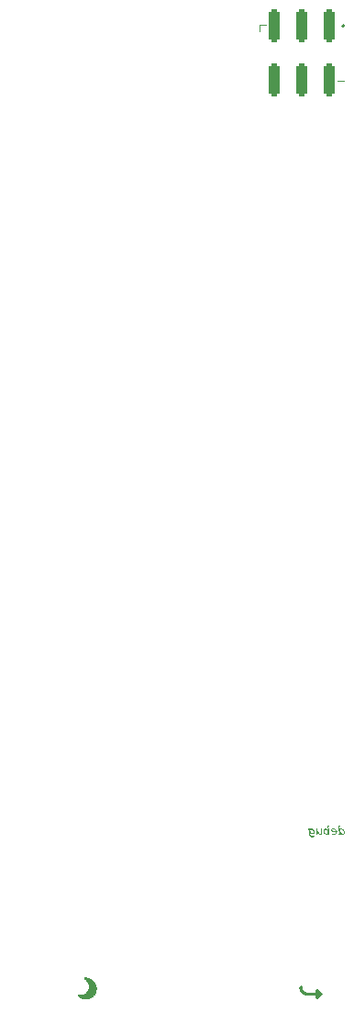
<source format=gbo>
%TF.GenerationSoftware,KiCad,Pcbnew,9.0.1*%
%TF.CreationDate,2025-04-05T00:33:59+01:00*%
%TF.ProjectId,mariposa,6d617269-706f-4736-912e-6b696361645f,2.0*%
%TF.SameCoordinates,Original*%
%TF.FileFunction,Legend,Bot*%
%TF.FilePolarity,Positive*%
%FSLAX46Y46*%
G04 Gerber Fmt 4.6, Leading zero omitted, Abs format (unit mm)*
G04 Created by KiCad (PCBNEW 9.0.1) date 2025-04-05 00:33:59*
%MOMM*%
%LPD*%
G01*
G04 APERTURE LIST*
G04 Aperture macros list*
%AMRoundRect*
0 Rectangle with rounded corners*
0 $1 Rounding radius*
0 $2 $3 $4 $5 $6 $7 $8 $9 X,Y pos of 4 corners*
0 Add a 4 corners polygon primitive as box body*
4,1,4,$2,$3,$4,$5,$6,$7,$8,$9,$2,$3,0*
0 Add four circle primitives for the rounded corners*
1,1,$1+$1,$2,$3*
1,1,$1+$1,$4,$5*
1,1,$1+$1,$6,$7*
1,1,$1+$1,$8,$9*
0 Add four rect primitives between the rounded corners*
20,1,$1+$1,$2,$3,$4,$5,0*
20,1,$1+$1,$4,$5,$6,$7,0*
20,1,$1+$1,$6,$7,$8,$9,0*
20,1,$1+$1,$8,$9,$2,$3,0*%
G04 Aperture macros list end*
%ADD10C,0.000000*%
%ADD11C,0.100000*%
%ADD12C,0.120000*%
%ADD13C,0.191421*%
%ADD14C,0.670000*%
%ADD15O,1.020000X2.120000*%
%ADD16O,1.020000X1.820000*%
%ADD17C,5.600000*%
%ADD18RoundRect,0.250000X0.250000X-1.250000X0.250000X1.250000X-0.250000X1.250000X-0.250000X-1.250000X0*%
%ADD19C,0.990600*%
%ADD20C,0.787400*%
G04 APERTURE END LIST*
D10*
G36*
X157031163Y-138548410D02*
G01*
X157038912Y-138548997D01*
X157046548Y-138549964D01*
X157054059Y-138551303D01*
X157061439Y-138553002D01*
X157068676Y-138555051D01*
X157075761Y-138557445D01*
X157082684Y-138560170D01*
X157089437Y-138563217D01*
X157096008Y-138566580D01*
X157102390Y-138570245D01*
X157108574Y-138574205D01*
X157114548Y-138578451D01*
X157120302Y-138582971D01*
X157125829Y-138587757D01*
X157131120Y-138592801D01*
X157136162Y-138598091D01*
X157140949Y-138603618D01*
X157145469Y-138609373D01*
X157149715Y-138615346D01*
X157153675Y-138621530D01*
X157157340Y-138627912D01*
X157160702Y-138634484D01*
X157163750Y-138641237D01*
X157166475Y-138648160D01*
X157168868Y-138655244D01*
X157170918Y-138662482D01*
X157172618Y-138669861D01*
X157173955Y-138677372D01*
X157174924Y-138685009D01*
X157175511Y-138692758D01*
X157175709Y-138700611D01*
X157176304Y-138724131D01*
X157178070Y-138747343D01*
X157180979Y-138770218D01*
X157185002Y-138792727D01*
X157190108Y-138814842D01*
X157196272Y-138836535D01*
X157203461Y-138857776D01*
X157211650Y-138878536D01*
X157220810Y-138898787D01*
X157230908Y-138918500D01*
X157241921Y-138937646D01*
X157253816Y-138956196D01*
X157266566Y-138974121D01*
X157280140Y-138991395D01*
X157294514Y-139007986D01*
X157309654Y-139023866D01*
X157325534Y-139039007D01*
X157342126Y-139053380D01*
X157359399Y-139066954D01*
X157377325Y-139079705D01*
X157395875Y-139091600D01*
X157415020Y-139102611D01*
X157434734Y-139112710D01*
X157454984Y-139121870D01*
X157475745Y-139130059D01*
X157496986Y-139137248D01*
X157518677Y-139143412D01*
X157540794Y-139148519D01*
X157563302Y-139152541D01*
X157586178Y-139155450D01*
X157609390Y-139157216D01*
X157632908Y-139157811D01*
X158394909Y-139157812D01*
X158394909Y-139005411D01*
X158395340Y-138993966D01*
X158396617Y-138982692D01*
X158398713Y-138971629D01*
X158401606Y-138960815D01*
X158405269Y-138950288D01*
X158409677Y-138940088D01*
X158414803Y-138930252D01*
X158420627Y-138920817D01*
X158427119Y-138911825D01*
X158434255Y-138903310D01*
X158442011Y-138895315D01*
X158450362Y-138887875D01*
X158459282Y-138881029D01*
X158468746Y-138874815D01*
X158478729Y-138869273D01*
X158489207Y-138864442D01*
X158500010Y-138860409D01*
X158510960Y-138857238D01*
X158522012Y-138854918D01*
X158533126Y-138853436D01*
X158544255Y-138852783D01*
X158555358Y-138852947D01*
X158566391Y-138853920D01*
X158577312Y-138855691D01*
X158588076Y-138858248D01*
X158598642Y-138861580D01*
X158608964Y-138865680D01*
X158619000Y-138870535D01*
X158628705Y-138876136D01*
X158638040Y-138882471D01*
X158646959Y-138889530D01*
X158655417Y-138897303D01*
X158960218Y-139202103D01*
X158965623Y-139207790D01*
X158970682Y-139213682D01*
X158975391Y-139219764D01*
X158979752Y-139226023D01*
X158983762Y-139232445D01*
X158987425Y-139239017D01*
X158990738Y-139245724D01*
X158993704Y-139252556D01*
X158996320Y-139259495D01*
X158998587Y-139266529D01*
X159000506Y-139273645D01*
X159002076Y-139280829D01*
X159003296Y-139288068D01*
X159004169Y-139295347D01*
X159004692Y-139302652D01*
X159004866Y-139309972D01*
X159004692Y-139317294D01*
X159004169Y-139324599D01*
X159003297Y-139331879D01*
X159002076Y-139339118D01*
X159000506Y-139346302D01*
X158998588Y-139353418D01*
X158996320Y-139360452D01*
X158993703Y-139367391D01*
X158990738Y-139374222D01*
X158987425Y-139380930D01*
X158983763Y-139387500D01*
X158979752Y-139393923D01*
X158975390Y-139400182D01*
X158970682Y-139406265D01*
X158965624Y-139412156D01*
X158960218Y-139417844D01*
X158655417Y-139722644D01*
X158646959Y-139730494D01*
X158638039Y-139737612D01*
X158628706Y-139743987D01*
X158618999Y-139749612D01*
X158608963Y-139754476D01*
X158598642Y-139758575D01*
X158588077Y-139761897D01*
X158577312Y-139764434D01*
X158566391Y-139766180D01*
X158555359Y-139767125D01*
X158544255Y-139767259D01*
X158533125Y-139766578D01*
X158522013Y-139765069D01*
X158510960Y-139762727D01*
X158500010Y-139759542D01*
X158489206Y-139755504D01*
X158483908Y-139753181D01*
X158478730Y-139750678D01*
X158473675Y-139748000D01*
X158468746Y-139745150D01*
X158463948Y-139742135D01*
X158459281Y-139738958D01*
X158454752Y-139735625D01*
X158450362Y-139732139D01*
X158446113Y-139728505D01*
X158442012Y-139724727D01*
X158438058Y-139720811D01*
X158434256Y-139716761D01*
X158430607Y-139712581D01*
X158427119Y-139708275D01*
X158423791Y-139703850D01*
X158420627Y-139699307D01*
X158417629Y-139694654D01*
X158414803Y-139689893D01*
X158412151Y-139685029D01*
X158409677Y-139680068D01*
X158407380Y-139675012D01*
X158405268Y-139669869D01*
X158403343Y-139664641D01*
X158401606Y-139659332D01*
X158400062Y-139653949D01*
X158398713Y-139648494D01*
X158397564Y-139642974D01*
X158396617Y-139637392D01*
X158395874Y-139631752D01*
X158395340Y-139626059D01*
X158395017Y-139620319D01*
X158394909Y-139614534D01*
X158394909Y-139462135D01*
X157632909Y-139462135D01*
X157593682Y-139461144D01*
X157554972Y-139458203D01*
X157516826Y-139453358D01*
X157479292Y-139446661D01*
X157442419Y-139438156D01*
X157406252Y-139427890D01*
X157370842Y-139415916D01*
X157336235Y-139402277D01*
X157302478Y-139387021D01*
X157269622Y-139370199D01*
X157237712Y-139351855D01*
X157206795Y-139332040D01*
X157176921Y-139310801D01*
X157148138Y-139288184D01*
X157120492Y-139264239D01*
X157094032Y-139239011D01*
X157068805Y-139212552D01*
X157044860Y-139184906D01*
X157022242Y-139156122D01*
X157001003Y-139126248D01*
X156981188Y-139095332D01*
X156962845Y-139063422D01*
X156946023Y-139030564D01*
X156930768Y-138996809D01*
X156917129Y-138962202D01*
X156905153Y-138926792D01*
X156894889Y-138890626D01*
X156886384Y-138853752D01*
X156879684Y-138816217D01*
X156874841Y-138778071D01*
X156871899Y-138739362D01*
X156870915Y-138700372D01*
X156871106Y-138692758D01*
X156871695Y-138685009D01*
X156872662Y-138677373D01*
X156873999Y-138669861D01*
X156875699Y-138662481D01*
X156877749Y-138655244D01*
X156880142Y-138648160D01*
X156882867Y-138641236D01*
X156885916Y-138634484D01*
X156889277Y-138627911D01*
X156892942Y-138621529D01*
X156896902Y-138615347D01*
X156901147Y-138609372D01*
X156905669Y-138603618D01*
X156910454Y-138598090D01*
X156915497Y-138592801D01*
X156920788Y-138587758D01*
X156926315Y-138582971D01*
X156932070Y-138578450D01*
X156938044Y-138574205D01*
X156944227Y-138570245D01*
X156950608Y-138566580D01*
X156957181Y-138563218D01*
X156963934Y-138560170D01*
X156970858Y-138557445D01*
X156977941Y-138555051D01*
X156985178Y-138553002D01*
X156992557Y-138551303D01*
X157000071Y-138549965D01*
X157007706Y-138548997D01*
X157015454Y-138548410D01*
X157023309Y-138548212D01*
X157031163Y-138548410D01*
G37*
G36*
X130015606Y-92136081D02*
G01*
X130015599Y-92136321D01*
X130015599Y-92135844D01*
X130015606Y-92136081D01*
G37*
G36*
X137215543Y-137791041D02*
G01*
X137267114Y-137794970D01*
X137317934Y-137801443D01*
X137367935Y-137810390D01*
X137417056Y-137821752D01*
X137465233Y-137835464D01*
X137512401Y-137851461D01*
X137558501Y-137869679D01*
X137603463Y-137890054D01*
X137647229Y-137912522D01*
X137689731Y-137937021D01*
X137730910Y-137963484D01*
X137770698Y-137991848D01*
X137809034Y-138022047D01*
X137845855Y-138054021D01*
X137881093Y-138087705D01*
X137914691Y-138123032D01*
X137946580Y-138159939D01*
X137976701Y-138198364D01*
X138004986Y-138238242D01*
X138031373Y-138279509D01*
X138055800Y-138322100D01*
X138078202Y-138365951D01*
X138098515Y-138411000D01*
X138116678Y-138457180D01*
X138132624Y-138504430D01*
X138146291Y-138552683D01*
X138157617Y-138601878D01*
X138166536Y-138651948D01*
X138172985Y-138702830D01*
X138176901Y-138754461D01*
X138178221Y-138806776D01*
X138176901Y-138859090D01*
X138172985Y-138910720D01*
X138166536Y-138961604D01*
X138157617Y-139011673D01*
X138146292Y-139060867D01*
X138132624Y-139109121D01*
X138116677Y-139156370D01*
X138098515Y-139202549D01*
X138078202Y-139247598D01*
X138055801Y-139291451D01*
X138031374Y-139334042D01*
X138004985Y-139375308D01*
X137976700Y-139415185D01*
X137946580Y-139453612D01*
X137914691Y-139490520D01*
X137881094Y-139525846D01*
X137845854Y-139559529D01*
X137809034Y-139591504D01*
X137770697Y-139621703D01*
X137730910Y-139650067D01*
X137689733Y-139676530D01*
X137647229Y-139701027D01*
X137603464Y-139723496D01*
X137558501Y-139743872D01*
X137512402Y-139762090D01*
X137465233Y-139778086D01*
X137417056Y-139791798D01*
X137367935Y-139803161D01*
X137317934Y-139812109D01*
X137267114Y-139818579D01*
X137215542Y-139822509D01*
X137163279Y-139823833D01*
X137111999Y-139822560D01*
X137061387Y-139818778D01*
X137011501Y-139812550D01*
X136962403Y-139803933D01*
X136914151Y-139792986D01*
X136866804Y-139779771D01*
X136820424Y-139764347D01*
X136775069Y-139746773D01*
X136730799Y-139727110D01*
X136687675Y-139705417D01*
X136645755Y-139681754D01*
X136605099Y-139656178D01*
X136565768Y-139628753D01*
X136527819Y-139599536D01*
X136491314Y-139568588D01*
X136456313Y-139535967D01*
X136453890Y-139533495D01*
X136451582Y-139530943D01*
X136449391Y-139528315D01*
X136447317Y-139525616D01*
X136445360Y-139522849D01*
X136443524Y-139520018D01*
X136440206Y-139514180D01*
X136437373Y-139508134D01*
X136435029Y-139501913D01*
X136433183Y-139495547D01*
X136431839Y-139489069D01*
X136431003Y-139482511D01*
X136430681Y-139475904D01*
X136430881Y-139469279D01*
X136431178Y-139465970D01*
X136431607Y-139462670D01*
X136432170Y-139459379D01*
X136432867Y-139456106D01*
X136433699Y-139452852D01*
X136434665Y-139449622D01*
X136435770Y-139446418D01*
X136437011Y-139443247D01*
X136438391Y-139440109D01*
X136439908Y-139437013D01*
X136441553Y-139433979D01*
X136443308Y-139431032D01*
X136445172Y-139428172D01*
X136447138Y-139425400D01*
X136449205Y-139422720D01*
X136451370Y-139420134D01*
X136453627Y-139417645D01*
X136455974Y-139415250D01*
X136458407Y-139412956D01*
X136460922Y-139410763D01*
X136463516Y-139408675D01*
X136466186Y-139406690D01*
X136468927Y-139404811D01*
X136471737Y-139403042D01*
X136474610Y-139401384D01*
X136477545Y-139399838D01*
X136480537Y-139398409D01*
X136483584Y-139397094D01*
X136486679Y-139395899D01*
X136489823Y-139394824D01*
X136493009Y-139393871D01*
X136496235Y-139393044D01*
X136499495Y-139392343D01*
X136502789Y-139391770D01*
X136506110Y-139391327D01*
X136509458Y-139391015D01*
X136512826Y-139390839D01*
X136516213Y-139390797D01*
X136519614Y-139390894D01*
X136523026Y-139391132D01*
X136526444Y-139391511D01*
X136529867Y-139392033D01*
X136546014Y-139394661D01*
X136562303Y-139396979D01*
X136578729Y-139398973D01*
X136595284Y-139400632D01*
X136611965Y-139401946D01*
X136628763Y-139402898D01*
X136645673Y-139403479D01*
X136662688Y-139403676D01*
X136702480Y-139402666D01*
X136741750Y-139399673D01*
X136780451Y-139394742D01*
X136818536Y-139387922D01*
X136855954Y-139379265D01*
X136892658Y-139368815D01*
X136928597Y-139356624D01*
X136963726Y-139342738D01*
X136997992Y-139327209D01*
X137031348Y-139310083D01*
X137063745Y-139291409D01*
X137095136Y-139271238D01*
X137125470Y-139249614D01*
X137154700Y-139226590D01*
X137182774Y-139202213D01*
X137209647Y-139176530D01*
X137235270Y-139149594D01*
X137259592Y-139121448D01*
X137282566Y-139092146D01*
X137304143Y-139061732D01*
X137324272Y-139030258D01*
X137342908Y-138997771D01*
X137360000Y-138964321D01*
X137375500Y-138929955D01*
X137389359Y-138894724D01*
X137401528Y-138858672D01*
X137411959Y-138821853D01*
X137420602Y-138784312D01*
X137427410Y-138746101D01*
X137432332Y-138707264D01*
X137435322Y-138667854D01*
X137436329Y-138627917D01*
X137434489Y-138573999D01*
X137429049Y-138521071D01*
X137420130Y-138469252D01*
X137407853Y-138418664D01*
X137392341Y-138369429D01*
X137373710Y-138321666D01*
X137352085Y-138275496D01*
X137327585Y-138231043D01*
X137300333Y-138188423D01*
X137270448Y-138147760D01*
X137238051Y-138109175D01*
X137203264Y-138072789D01*
X137166208Y-138038721D01*
X137127002Y-138007093D01*
X137085769Y-137978027D01*
X137042628Y-137951643D01*
X137039650Y-137949852D01*
X137036765Y-137947957D01*
X137033976Y-137945961D01*
X137031285Y-137943867D01*
X137028693Y-137941678D01*
X137026202Y-137939399D01*
X137023814Y-137937034D01*
X137021529Y-137934584D01*
X137019349Y-137932056D01*
X137017277Y-137929450D01*
X137015313Y-137926772D01*
X137013459Y-137924025D01*
X137011717Y-137921213D01*
X137010087Y-137918339D01*
X137008573Y-137915405D01*
X137007174Y-137912417D01*
X137005895Y-137909379D01*
X137004734Y-137906292D01*
X137003695Y-137903162D01*
X137002776Y-137899991D01*
X137001984Y-137896785D01*
X137001316Y-137893543D01*
X137000775Y-137890273D01*
X137000362Y-137886976D01*
X137000080Y-137883658D01*
X136999930Y-137880319D01*
X136999913Y-137876967D01*
X137000031Y-137873601D01*
X137000286Y-137870228D01*
X137000678Y-137866851D01*
X137001210Y-137863473D01*
X137001883Y-137860096D01*
X137002694Y-137856749D01*
X137003633Y-137853458D01*
X137004702Y-137850225D01*
X137005895Y-137847053D01*
X137007208Y-137843945D01*
X137008640Y-137840902D01*
X137010188Y-137837929D01*
X137011847Y-137835028D01*
X137013614Y-137832199D01*
X137015490Y-137829449D01*
X137017469Y-137826780D01*
X137019548Y-137824192D01*
X137021723Y-137821690D01*
X137023994Y-137819274D01*
X137026356Y-137816950D01*
X137028805Y-137814720D01*
X137031340Y-137812586D01*
X137033957Y-137810550D01*
X137036654Y-137808617D01*
X137039426Y-137806786D01*
X137042272Y-137805064D01*
X137045190Y-137803452D01*
X137048172Y-137801951D01*
X137051220Y-137800565D01*
X137054330Y-137799298D01*
X137057496Y-137798150D01*
X137060719Y-137797126D01*
X137063993Y-137796228D01*
X137067318Y-137795459D01*
X137070687Y-137794821D01*
X137074101Y-137794318D01*
X137077554Y-137793951D01*
X137088271Y-137793031D01*
X137098993Y-137792255D01*
X137109729Y-137791615D01*
X137120483Y-137791106D01*
X137131262Y-137790720D01*
X137142071Y-137790453D01*
X137163808Y-137790246D01*
X137163279Y-137789717D01*
X137215543Y-137791041D01*
G37*
D11*
G36*
X160557276Y-123763275D02*
G01*
X160572270Y-123767962D01*
X160584803Y-123775207D01*
X160595483Y-123785204D01*
X160603601Y-123797261D01*
X160609430Y-123811803D01*
X160613244Y-123840602D01*
X160611669Y-123861606D01*
X160606895Y-123880454D01*
X160599936Y-123894937D01*
X160590360Y-123906979D01*
X160580174Y-123914999D01*
X160596978Y-124096325D01*
X160626347Y-124073054D01*
X160669780Y-124054256D01*
X160724445Y-124043928D01*
X160745380Y-124043080D01*
X160799571Y-124049170D01*
X160853918Y-124067649D01*
X160906824Y-124098738D01*
X160956005Y-124142145D01*
X160978398Y-124168190D01*
X160998771Y-124196709D01*
X161016888Y-124227501D01*
X161032551Y-124260417D01*
X161045367Y-124294747D01*
X161055380Y-124330805D01*
X161062248Y-124367484D01*
X161066058Y-124405498D01*
X161066803Y-124431572D01*
X161065284Y-124464695D01*
X161060904Y-124494422D01*
X161054021Y-124520585D01*
X161044856Y-124543657D01*
X161033627Y-124563808D01*
X161020618Y-124581074D01*
X160989430Y-124607957D01*
X160952102Y-124624723D01*
X160909872Y-124630819D01*
X160908339Y-124630826D01*
X160864308Y-124624700D01*
X160818096Y-124605629D01*
X160770428Y-124572263D01*
X160723053Y-124523529D01*
X160678637Y-124459411D01*
X160649050Y-124401872D01*
X160633956Y-124401872D01*
X160640044Y-124471579D01*
X160642358Y-124527804D01*
X160640749Y-124555551D01*
X160635734Y-124580187D01*
X160628882Y-124597526D01*
X160619396Y-124611806D01*
X160609230Y-124621154D01*
X160596988Y-124627755D01*
X160572896Y-124631949D01*
X160557731Y-124630401D01*
X160543909Y-124625814D01*
X160532256Y-124618642D01*
X160522508Y-124608833D01*
X160515193Y-124596897D01*
X160510268Y-124582634D01*
X160507927Y-124561412D01*
X160509534Y-124543792D01*
X160514531Y-124527702D01*
X160521636Y-124515909D01*
X160531540Y-124506427D01*
X160546029Y-124499277D01*
X160526419Y-124319631D01*
X160513806Y-124220055D01*
X160512436Y-124208823D01*
X160628925Y-124208823D01*
X160670089Y-124309844D01*
X160693647Y-124355752D01*
X160718507Y-124397494D01*
X160743795Y-124433999D01*
X160769648Y-124465763D01*
X160794082Y-124490897D01*
X160818431Y-124511247D01*
X160839993Y-124525193D01*
X160861058Y-124534821D01*
X160892658Y-124540700D01*
X160907455Y-124539173D01*
X160920605Y-124534738D01*
X160942084Y-124518007D01*
X160958330Y-124489683D01*
X160968230Y-124447280D01*
X160969937Y-124416429D01*
X160963875Y-124355242D01*
X160945473Y-124293458D01*
X160931915Y-124264137D01*
X160915709Y-124236639D01*
X160897601Y-124212102D01*
X160877307Y-124190100D01*
X160856336Y-124172061D01*
X160833689Y-124156963D01*
X160811227Y-124145853D01*
X160787527Y-124137849D01*
X160743133Y-124132131D01*
X160704204Y-124137736D01*
X160691060Y-124142193D01*
X160687112Y-124163434D01*
X160680164Y-124181097D01*
X160672151Y-124192550D01*
X160661907Y-124201133D01*
X160650693Y-124206218D01*
X160637506Y-124208636D01*
X160632247Y-124208823D01*
X160628925Y-124208823D01*
X160512436Y-124208823D01*
X160488273Y-124010702D01*
X160479824Y-123921481D01*
X160476615Y-123851251D01*
X160478141Y-123826129D01*
X160482572Y-123805518D01*
X160488876Y-123790596D01*
X160497200Y-123778973D01*
X160517931Y-123765367D01*
X160540997Y-123761712D01*
X160557276Y-123763275D01*
G37*
G36*
X160049336Y-124032110D02*
G01*
X160078876Y-124036604D01*
X160134155Y-124054126D01*
X160184278Y-124082655D01*
X160228929Y-124122033D01*
X160267200Y-124172059D01*
X160297594Y-124231981D01*
X160318255Y-124299974D01*
X160322400Y-124322249D01*
X160339204Y-124325034D01*
X160355320Y-124328943D01*
X160368024Y-124335235D01*
X160376814Y-124342976D01*
X160382756Y-124352328D01*
X160386245Y-124375397D01*
X160383947Y-124387274D01*
X160378782Y-124397230D01*
X160371362Y-124404694D01*
X160361633Y-124410001D01*
X160335093Y-124413270D01*
X160327431Y-124412375D01*
X160326845Y-124412375D01*
X160323162Y-124442631D01*
X160316585Y-124471059D01*
X160307363Y-124497252D01*
X160295549Y-124521455D01*
X160281400Y-124543374D01*
X160264932Y-124563141D01*
X160225655Y-124595713D01*
X160178366Y-124618610D01*
X160123561Y-124630992D01*
X160089441Y-124632926D01*
X160025987Y-124627129D01*
X159964068Y-124609933D01*
X159907013Y-124582344D01*
X159862051Y-124548907D01*
X159852620Y-124538121D01*
X159846776Y-124526600D01*
X159844743Y-124515700D01*
X159846072Y-124504822D01*
X159850582Y-124494801D01*
X159858392Y-124485339D01*
X159859853Y-124483987D01*
X159870859Y-124475867D01*
X159881309Y-124472144D01*
X159900074Y-124474696D01*
X159923649Y-124489018D01*
X159947942Y-124505532D01*
X159973949Y-124519307D01*
X160000662Y-124529853D01*
X160028791Y-124537477D01*
X160084947Y-124543289D01*
X160109628Y-124541750D01*
X160131800Y-124537230D01*
X160150761Y-124530229D01*
X160167516Y-124520748D01*
X160194495Y-124495009D01*
X160213951Y-124459355D01*
X160225554Y-124411894D01*
X160227194Y-124396108D01*
X160090166Y-124370585D01*
X159965239Y-124343810D01*
X159927606Y-124334022D01*
X159895272Y-124323245D01*
X159869640Y-124310428D01*
X159854701Y-124299161D01*
X159842962Y-124286012D01*
X159829092Y-124255952D01*
X159823998Y-124210337D01*
X159824547Y-124200812D01*
X159914710Y-124200812D01*
X159916577Y-124216777D01*
X159923394Y-124231463D01*
X159931909Y-124240514D01*
X159944225Y-124248481D01*
X159970690Y-124257867D01*
X160092261Y-124283243D01*
X160221039Y-124306032D01*
X160212916Y-124276719D01*
X160201881Y-124248696D01*
X160188362Y-124222931D01*
X160172235Y-124199169D01*
X160154540Y-124178755D01*
X160134635Y-124160826D01*
X160113951Y-124146516D01*
X160091438Y-124134968D01*
X160068492Y-124126828D01*
X160044017Y-124121642D01*
X160015484Y-124119625D01*
X159991400Y-124121142D01*
X159970884Y-124125508D01*
X159954553Y-124132051D01*
X159941202Y-124140682D01*
X159923165Y-124162826D01*
X159915123Y-124191647D01*
X159914710Y-124200812D01*
X159824547Y-124200812D01*
X159825547Y-124183473D01*
X159830134Y-124158383D01*
X159837404Y-124135853D01*
X159847371Y-124115207D01*
X159859667Y-124096918D01*
X159874397Y-124080637D01*
X159910681Y-124054593D01*
X159956381Y-124037533D01*
X160011955Y-124030640D01*
X160018318Y-124030575D01*
X160049336Y-124032110D01*
G37*
G36*
X159566956Y-123757003D02*
G01*
X159580691Y-123761553D01*
X159592858Y-123768871D01*
X159603274Y-123778883D01*
X159611384Y-123791134D01*
X159617117Y-123805732D01*
X159620495Y-123831468D01*
X159618960Y-123849545D01*
X159614466Y-123866408D01*
X159607403Y-123880967D01*
X159597847Y-123892992D01*
X159589720Y-123899563D01*
X159609449Y-124093304D01*
X159655293Y-124445180D01*
X159672030Y-124562535D01*
X159674029Y-124586923D01*
X159671820Y-124606885D01*
X159667206Y-124618599D01*
X159659855Y-124627510D01*
X159640046Y-124635862D01*
X159633928Y-124636443D01*
X159621150Y-124635565D01*
X159610285Y-124631741D01*
X159593764Y-124616546D01*
X159581701Y-124588877D01*
X159577948Y-124572061D01*
X159576824Y-124565906D01*
X159553370Y-124589749D01*
X159515419Y-124610908D01*
X159463283Y-124626087D01*
X159412205Y-124630826D01*
X159358569Y-124624736D01*
X159305276Y-124606326D01*
X159253707Y-124575399D01*
X159205899Y-124532150D01*
X159164330Y-124477545D01*
X159146686Y-124446551D01*
X159131472Y-124413401D01*
X159119005Y-124378625D01*
X159109322Y-124342079D01*
X159102727Y-124304721D01*
X159099182Y-124265989D01*
X159098902Y-124254692D01*
X159196050Y-124254692D01*
X159202083Y-124315621D01*
X159220472Y-124377780D01*
X159234088Y-124407558D01*
X159250311Y-124435477D01*
X159268465Y-124460491D01*
X159288724Y-124482865D01*
X159309536Y-124501120D01*
X159331889Y-124516300D01*
X159353781Y-124527287D01*
X159376733Y-124535060D01*
X159416113Y-124540114D01*
X159458364Y-124534740D01*
X159475464Y-124529514D01*
X159479474Y-124508722D01*
X159486539Y-124491438D01*
X159494608Y-124480405D01*
X159504951Y-124472182D01*
X159516329Y-124467379D01*
X159529760Y-124465233D01*
X159533691Y-124465131D01*
X159536524Y-124465131D01*
X159496258Y-124366709D01*
X159473005Y-124321712D01*
X159448446Y-124280788D01*
X159423174Y-124244569D01*
X159397344Y-124213011D01*
X159372637Y-124187668D01*
X159348061Y-124167100D01*
X159326144Y-124152812D01*
X159304819Y-124142891D01*
X159272205Y-124136625D01*
X159256512Y-124138151D01*
X159242843Y-124142581D01*
X159221565Y-124158870D01*
X159206267Y-124186015D01*
X159197373Y-124227043D01*
X159196050Y-124254692D01*
X159098902Y-124254692D01*
X159098597Y-124242382D01*
X159100116Y-124208935D01*
X159104499Y-124178950D01*
X159111373Y-124152647D01*
X159120525Y-124129482D01*
X159131710Y-124109333D01*
X159144671Y-124092094D01*
X159175675Y-124065408D01*
X159212762Y-124048909D01*
X159255401Y-124043080D01*
X159300379Y-124049211D01*
X159347140Y-124068211D01*
X159394973Y-124101299D01*
X159442232Y-124149501D01*
X159486435Y-124212927D01*
X159516350Y-124270958D01*
X159532568Y-124270958D01*
X159508752Y-124082243D01*
X159492079Y-123924176D01*
X159487236Y-123844852D01*
X159488746Y-123819798D01*
X159493060Y-123799503D01*
X159499255Y-123784654D01*
X159507314Y-123773219D01*
X159527463Y-123759564D01*
X159552205Y-123755459D01*
X159566956Y-123757003D01*
G37*
G36*
X158494731Y-124634782D02*
G01*
X158468031Y-124628884D01*
X158446321Y-124611945D01*
X158438496Y-124599937D01*
X158433254Y-124586008D01*
X158430886Y-124567030D01*
X158432413Y-124550350D01*
X158436851Y-124535047D01*
X158443897Y-124521729D01*
X158453372Y-124510691D01*
X158467815Y-124501035D01*
X158451904Y-124355574D01*
X158421831Y-124148489D01*
X158416329Y-124112152D01*
X158414217Y-124087736D01*
X158415813Y-124066594D01*
X158420093Y-124051852D01*
X158427143Y-124040150D01*
X158435341Y-124032867D01*
X158445633Y-124028217D01*
X158453845Y-124026667D01*
X158467006Y-124026842D01*
X158479062Y-124030090D01*
X158500113Y-124045212D01*
X158518778Y-124074180D01*
X158524382Y-124087581D01*
X158559475Y-124173110D01*
X158600673Y-124263590D01*
X158637411Y-124336021D01*
X158675803Y-124402997D01*
X158705407Y-124447810D01*
X158734866Y-124485483D01*
X158756977Y-124508381D01*
X158778516Y-124525339D01*
X158794684Y-124533909D01*
X158810282Y-124538090D01*
X158816154Y-124538453D01*
X158827538Y-124536914D01*
X158837601Y-124532392D01*
X158853740Y-124514924D01*
X158865322Y-124483160D01*
X158869888Y-124433966D01*
X158864518Y-124358937D01*
X158842664Y-124236305D01*
X158829246Y-124166381D01*
X158823433Y-124109905D01*
X158824962Y-124088403D01*
X158829414Y-124070259D01*
X158835917Y-124056550D01*
X158844564Y-124045717D01*
X158866351Y-124033112D01*
X158885031Y-124030575D01*
X158900392Y-124032121D01*
X158914203Y-124036692D01*
X158925579Y-124043754D01*
X158934926Y-124053374D01*
X158941743Y-124065012D01*
X158946108Y-124078875D01*
X158947752Y-124095934D01*
X158942016Y-124130640D01*
X158929288Y-124154064D01*
X158949844Y-124269037D01*
X158965084Y-124394641D01*
X158967341Y-124449060D01*
X158965815Y-124482311D01*
X158961390Y-124512036D01*
X158954539Y-124537563D01*
X158945379Y-124559880D01*
X158934410Y-124578618D01*
X158921631Y-124594403D01*
X158907346Y-124607199D01*
X158891654Y-124617185D01*
X158856105Y-124629040D01*
X158834082Y-124630826D01*
X158812809Y-124629263D01*
X158792071Y-124624576D01*
X158751685Y-124605780D01*
X158709735Y-124572084D01*
X158663053Y-124518033D01*
X158607349Y-124433916D01*
X158560774Y-124351265D01*
X158542309Y-124351265D01*
X158552927Y-124420312D01*
X158559498Y-124488527D01*
X158561360Y-124545732D01*
X158559844Y-124567812D01*
X158555484Y-124586843D01*
X158548887Y-124602194D01*
X158540180Y-124614645D01*
X158529986Y-124623889D01*
X158518277Y-124630339D01*
X158494731Y-124634782D01*
G37*
G36*
X157779475Y-124032153D02*
G01*
X157791162Y-124036951D01*
X157805361Y-124053081D01*
X157814077Y-124083156D01*
X157815785Y-124096764D01*
X157848862Y-124072965D01*
X157896412Y-124053558D01*
X157952467Y-124043560D01*
X157966971Y-124043080D01*
X158024957Y-124049125D01*
X158079709Y-124066963D01*
X158130522Y-124096310D01*
X158176173Y-124136830D01*
X158214922Y-124187740D01*
X158244734Y-124247467D01*
X158255674Y-124279899D01*
X158263708Y-124313591D01*
X158268670Y-124348006D01*
X158270508Y-124383186D01*
X158270516Y-124385704D01*
X158269000Y-124415930D01*
X158264639Y-124443325D01*
X158257674Y-124468073D01*
X158248406Y-124490093D01*
X158223495Y-124526901D01*
X158191186Y-124554057D01*
X158152960Y-124571034D01*
X158113126Y-124576653D01*
X158088446Y-124575077D01*
X158063457Y-124570303D01*
X158038432Y-124562283D01*
X158013498Y-124550937D01*
X157988929Y-124536241D01*
X157964849Y-124518094D01*
X157941510Y-124496482D01*
X157919051Y-124471294D01*
X157897700Y-124442505D01*
X157877617Y-124410010D01*
X157865610Y-124387413D01*
X157848806Y-124387413D01*
X157865751Y-124485019D01*
X157883538Y-124567127D01*
X157894844Y-124605428D01*
X157908086Y-124639378D01*
X157922547Y-124668090D01*
X157938506Y-124692880D01*
X157955175Y-124713133D01*
X157972962Y-124729856D01*
X157991190Y-124742779D01*
X158010223Y-124752475D01*
X158049788Y-124762358D01*
X158062763Y-124762961D01*
X158104008Y-124757166D01*
X158145575Y-124739594D01*
X158189867Y-124708886D01*
X158204536Y-124699352D01*
X158219216Y-124693732D01*
X158231884Y-124692255D01*
X158243916Y-124694280D01*
X158254011Y-124699306D01*
X158263112Y-124707519D01*
X158263775Y-124708300D01*
X158271359Y-124720484D01*
X158275337Y-124732662D01*
X158273576Y-124755700D01*
X158259634Y-124777737D01*
X158257620Y-124779765D01*
X158237646Y-124797522D01*
X158214787Y-124813577D01*
X158189419Y-124827487D01*
X158161578Y-124839022D01*
X158132416Y-124847603D01*
X158101276Y-124853310D01*
X158060516Y-124855920D01*
X158030922Y-124854378D01*
X158003074Y-124849838D01*
X157977124Y-124842492D01*
X157952823Y-124832442D01*
X157908352Y-124804188D01*
X157868759Y-124764483D01*
X157833799Y-124711922D01*
X157803924Y-124644644D01*
X157783300Y-124574406D01*
X157756155Y-124429857D01*
X157728189Y-124219697D01*
X157728000Y-124217225D01*
X157854424Y-124217225D01*
X157875556Y-124265512D01*
X157897778Y-124308911D01*
X157921108Y-124347941D01*
X157944959Y-124382046D01*
X157969042Y-124411287D01*
X157993044Y-124435692D01*
X158016175Y-124454946D01*
X158038655Y-124469652D01*
X158059154Y-124479453D01*
X158078568Y-124485226D01*
X158095785Y-124487016D01*
X158111391Y-124485495D01*
X158125011Y-124481106D01*
X158146513Y-124464876D01*
X158162108Y-124437939D01*
X158171187Y-124397923D01*
X158172526Y-124371733D01*
X158166455Y-124315969D01*
X158148231Y-124261315D01*
X158134898Y-124235971D01*
X158118964Y-124212507D01*
X158101157Y-124191893D01*
X158081182Y-124173757D01*
X158060358Y-124159163D01*
X158037827Y-124147409D01*
X158015110Y-124139191D01*
X157991078Y-124134016D01*
X157964724Y-124132131D01*
X157922032Y-124137843D01*
X157903712Y-124143903D01*
X157902190Y-124162593D01*
X157897788Y-124179041D01*
X157891037Y-124192534D01*
X157882054Y-124203430D01*
X157871630Y-124211161D01*
X157859576Y-124216096D01*
X157854424Y-124217225D01*
X157728000Y-124217225D01*
X157719455Y-124105264D01*
X157719674Y-124080490D01*
X157723314Y-124060855D01*
X157728775Y-124048618D01*
X157736488Y-124039590D01*
X157756078Y-124031188D01*
X157764836Y-124030575D01*
X157779475Y-124032153D01*
G37*
D12*
%TO.C,J9*%
X153240000Y-50554321D02*
X153240000Y-49954321D01*
X153810000Y-49954321D02*
X153240000Y-49954321D01*
X160980000Y-55154321D02*
X160410000Y-55154321D01*
D13*
X161005710Y-50054321D02*
G75*
G02*
X160814290Y-50054321I-95710J0D01*
G01*
X160814290Y-50054321D02*
G75*
G02*
X161005710Y-50054321I95710J0D01*
G01*
%TD*%
%LPC*%
D10*
G36*
X157647091Y-137329845D02*
G01*
X157658206Y-137331354D01*
X157669259Y-137333696D01*
X157680207Y-137336882D01*
X157691012Y-137340918D01*
X157696310Y-137343242D01*
X157701488Y-137345745D01*
X157706544Y-137348422D01*
X157711471Y-137351272D01*
X157716270Y-137354285D01*
X157720936Y-137357461D01*
X157725464Y-137360793D01*
X157729856Y-137364277D01*
X157734103Y-137367907D01*
X157738205Y-137371681D01*
X157742160Y-137375592D01*
X157745962Y-137379637D01*
X157749609Y-137383810D01*
X157753099Y-137388106D01*
X157756427Y-137392524D01*
X157759591Y-137397056D01*
X157762587Y-137401698D01*
X157765414Y-137406445D01*
X157768066Y-137411294D01*
X157770542Y-137416238D01*
X157772836Y-137421276D01*
X157774949Y-137426399D01*
X157776875Y-137431606D01*
X157778612Y-137436890D01*
X157780155Y-137442247D01*
X157781503Y-137447673D01*
X157782654Y-137453163D01*
X157783601Y-137458713D01*
X157784343Y-137464316D01*
X157784877Y-137469970D01*
X157785201Y-137475671D01*
X157785308Y-137481411D01*
X157785309Y-137633812D01*
X158547309Y-137633812D01*
X158586536Y-137634803D01*
X158625245Y-137637744D01*
X158663391Y-137642587D01*
X158700926Y-137649286D01*
X158737799Y-137657791D01*
X158773965Y-137668055D01*
X158809376Y-137680031D01*
X158843982Y-137693669D01*
X158877739Y-137708924D01*
X158910596Y-137725748D01*
X158942507Y-137744091D01*
X158973423Y-137763906D01*
X159003296Y-137785146D01*
X159032079Y-137807763D01*
X159059726Y-137831708D01*
X159086185Y-137856934D01*
X159111412Y-137883394D01*
X159135357Y-137911041D01*
X159157975Y-137939825D01*
X159179215Y-137969698D01*
X159199029Y-138000613D01*
X159217373Y-138032525D01*
X159234196Y-138065382D01*
X159249449Y-138099138D01*
X159263089Y-138133745D01*
X159275065Y-138169155D01*
X159285329Y-138205321D01*
X159293835Y-138242195D01*
X159300533Y-138279728D01*
X159305376Y-138317875D01*
X159308318Y-138356585D01*
X159309309Y-138395811D01*
X159309110Y-138403665D01*
X159308523Y-138411414D01*
X159307555Y-138419050D01*
X159306217Y-138426562D01*
X159304518Y-138433942D01*
X159302467Y-138441178D01*
X159300075Y-138448263D01*
X159297351Y-138455186D01*
X159294302Y-138461939D01*
X159290941Y-138468511D01*
X159287274Y-138474893D01*
X159283315Y-138481076D01*
X159279070Y-138487049D01*
X159274550Y-138492805D01*
X159269763Y-138498332D01*
X159264720Y-138503623D01*
X159259429Y-138508666D01*
X159253902Y-138513452D01*
X159248147Y-138517972D01*
X159242174Y-138522217D01*
X159235991Y-138526177D01*
X159229609Y-138529844D01*
X159223037Y-138533205D01*
X159216283Y-138536253D01*
X159209361Y-138538979D01*
X159202275Y-138541370D01*
X159195039Y-138543422D01*
X159187660Y-138545121D01*
X159180148Y-138546458D01*
X159172512Y-138547425D01*
X159164763Y-138548014D01*
X159156909Y-138548212D01*
X159149054Y-138548014D01*
X159141305Y-138547426D01*
X159133669Y-138546459D01*
X159126158Y-138545120D01*
X159118779Y-138543422D01*
X159111541Y-138541370D01*
X159104456Y-138538979D01*
X159097533Y-138536253D01*
X159090781Y-138533205D01*
X159084209Y-138529844D01*
X159077827Y-138526178D01*
X159071644Y-138522217D01*
X159065671Y-138517973D01*
X159059914Y-138513452D01*
X159054387Y-138508665D01*
X159049098Y-138503622D01*
X159044055Y-138498333D01*
X159039268Y-138492805D01*
X159034747Y-138487050D01*
X159030503Y-138481076D01*
X159026542Y-138474894D01*
X159022876Y-138468511D01*
X159019515Y-138461939D01*
X159016467Y-138455186D01*
X159013742Y-138448263D01*
X159011349Y-138441178D01*
X159009299Y-138433942D01*
X159007599Y-138426562D01*
X159006262Y-138419049D01*
X159005294Y-138411415D01*
X159004706Y-138403665D01*
X159004508Y-138395811D01*
X159003914Y-138372291D01*
X159002148Y-138349080D01*
X158999239Y-138326206D01*
X158995217Y-138303696D01*
X158990109Y-138281581D01*
X158983946Y-138259889D01*
X158976756Y-138238648D01*
X158968567Y-138217887D01*
X158959408Y-138197637D01*
X158949309Y-138177924D01*
X158938296Y-138158778D01*
X158926402Y-138140226D01*
X158913653Y-138122300D01*
X158900077Y-138105028D01*
X158885704Y-138088437D01*
X158870564Y-138072557D01*
X158854682Y-138057415D01*
X158838091Y-138043044D01*
X158820820Y-138029467D01*
X158802892Y-138016719D01*
X158784343Y-138004824D01*
X158765197Y-137993811D01*
X158745484Y-137983712D01*
X158725233Y-137974554D01*
X158704472Y-137966365D01*
X158683232Y-137959174D01*
X158661539Y-137953011D01*
X158639423Y-137947904D01*
X158616915Y-137943882D01*
X158594040Y-137940973D01*
X158570828Y-137939206D01*
X158547308Y-137938611D01*
X157785309Y-137938612D01*
X157785309Y-138091011D01*
X157784877Y-138102458D01*
X157783601Y-138113730D01*
X157781504Y-138124794D01*
X157778612Y-138135607D01*
X157774948Y-138146135D01*
X157770542Y-138156334D01*
X157765414Y-138166172D01*
X157759591Y-138175606D01*
X157753098Y-138184599D01*
X157745963Y-138193112D01*
X157738206Y-138201109D01*
X157729856Y-138208549D01*
X157720936Y-138215395D01*
X157711471Y-138221607D01*
X157701488Y-138227149D01*
X157691012Y-138231982D01*
X157680208Y-138236013D01*
X157669259Y-138239183D01*
X157658205Y-138241504D01*
X157647092Y-138242987D01*
X157635963Y-138243641D01*
X157624858Y-138243475D01*
X157613826Y-138242503D01*
X157602905Y-138240733D01*
X157592141Y-138238176D01*
X157581576Y-138234842D01*
X157571255Y-138230741D01*
X157561219Y-138225887D01*
X157551511Y-138220286D01*
X157542178Y-138213952D01*
X157533260Y-138206892D01*
X157524800Y-138199120D01*
X157220000Y-137894321D01*
X157214594Y-137888633D01*
X157209535Y-137882741D01*
X157204827Y-137876659D01*
X157200467Y-137870400D01*
X157196454Y-137863978D01*
X157192792Y-137857406D01*
X157189478Y-137850698D01*
X157186514Y-137843868D01*
X157183898Y-137836929D01*
X157181631Y-137829894D01*
X157179711Y-137822778D01*
X157178143Y-137815593D01*
X157176922Y-137808355D01*
X157176049Y-137801076D01*
X157175526Y-137793769D01*
X157175352Y-137786450D01*
X157175526Y-137779130D01*
X157176050Y-137771822D01*
X157176922Y-137764544D01*
X157178142Y-137757306D01*
X157179712Y-137750122D01*
X157181630Y-137743006D01*
X157183898Y-137735970D01*
X157186514Y-137729032D01*
X157189479Y-137722201D01*
X157192793Y-137715494D01*
X157196455Y-137708922D01*
X157200467Y-137702500D01*
X157204826Y-137696240D01*
X157209535Y-137690159D01*
X157214593Y-137684267D01*
X157220000Y-137678579D01*
X157524800Y-137373779D01*
X157533260Y-137365927D01*
X157542177Y-137358811D01*
X157551511Y-137352436D01*
X157561219Y-137346812D01*
X157571254Y-137341946D01*
X157581576Y-137337848D01*
X157592141Y-137334526D01*
X157602905Y-137331987D01*
X157613825Y-137330243D01*
X157624859Y-137329297D01*
X157635962Y-137329163D01*
X157647091Y-137329845D01*
G37*
G36*
X136643479Y-137934094D02*
G01*
X136645338Y-137934209D01*
X136647178Y-137934399D01*
X136648999Y-137934662D01*
X136652573Y-137935406D01*
X136656045Y-137936429D01*
X136659402Y-137937722D01*
X136662632Y-137939274D01*
X136665720Y-137941075D01*
X136668654Y-137943118D01*
X136671421Y-137945388D01*
X136674007Y-137947879D01*
X136676399Y-137950578D01*
X136678584Y-137953477D01*
X136680548Y-137956565D01*
X136682281Y-137959833D01*
X136683768Y-137963268D01*
X136684413Y-137965047D01*
X136684992Y-137966864D01*
X136743202Y-138171122D01*
X136947459Y-138229330D01*
X136949229Y-138229863D01*
X136950967Y-138230468D01*
X136952670Y-138231144D01*
X136954338Y-138231889D01*
X136955970Y-138232700D01*
X136957560Y-138233577D01*
X136959113Y-138234516D01*
X136960622Y-138235516D01*
X136962088Y-138236574D01*
X136963510Y-138237690D01*
X136964885Y-138238859D01*
X136966211Y-138240083D01*
X136967488Y-138241359D01*
X136968713Y-138242681D01*
X136969888Y-138244054D01*
X136971007Y-138245470D01*
X136972070Y-138246931D01*
X136973076Y-138248431D01*
X136974023Y-138249972D01*
X136974909Y-138251551D01*
X136975733Y-138253165D01*
X136976495Y-138254813D01*
X136977191Y-138256494D01*
X136977820Y-138258203D01*
X136978381Y-138259941D01*
X136978872Y-138261704D01*
X136979292Y-138263492D01*
X136979639Y-138265301D01*
X136979911Y-138267131D01*
X136980108Y-138268979D01*
X136980227Y-138270843D01*
X136980267Y-138272723D01*
X136980229Y-138274600D01*
X136980114Y-138276460D01*
X136979924Y-138278300D01*
X136979660Y-138280122D01*
X136978917Y-138283694D01*
X136977893Y-138287167D01*
X136976601Y-138290525D01*
X136975049Y-138293753D01*
X136973247Y-138296842D01*
X136971205Y-138299775D01*
X136968934Y-138302542D01*
X136966443Y-138305128D01*
X136963744Y-138307521D01*
X136960845Y-138309706D01*
X136957757Y-138311672D01*
X136954489Y-138313403D01*
X136951054Y-138314889D01*
X136949276Y-138315534D01*
X136947458Y-138316113D01*
X136743201Y-138374323D01*
X136684992Y-138578580D01*
X136684459Y-138580350D01*
X136683854Y-138582088D01*
X136683178Y-138583791D01*
X136682433Y-138585459D01*
X136681623Y-138587090D01*
X136680746Y-138588682D01*
X136679808Y-138590233D01*
X136678807Y-138591744D01*
X136677749Y-138593210D01*
X136676632Y-138594631D01*
X136675463Y-138596005D01*
X136674239Y-138597332D01*
X136672965Y-138598610D01*
X136671641Y-138599836D01*
X136670269Y-138601009D01*
X136668853Y-138602129D01*
X136667392Y-138603192D01*
X136665891Y-138604197D01*
X136664350Y-138605145D01*
X136662771Y-138606030D01*
X136661157Y-138606856D01*
X136659510Y-138607616D01*
X136657829Y-138608312D01*
X136656119Y-138608942D01*
X136654383Y-138609503D01*
X136652618Y-138609994D01*
X136650831Y-138610413D01*
X136649022Y-138610760D01*
X136647191Y-138611033D01*
X136645344Y-138611230D01*
X136643479Y-138611348D01*
X136641600Y-138611389D01*
X136639723Y-138611350D01*
X136637864Y-138611235D01*
X136636022Y-138611045D01*
X136634201Y-138610782D01*
X136630629Y-138610038D01*
X136627157Y-138609016D01*
X136623797Y-138607722D01*
X136620569Y-138606171D01*
X136617481Y-138604368D01*
X136614548Y-138602326D01*
X136611780Y-138600055D01*
X136609193Y-138597566D01*
X136606802Y-138594865D01*
X136604617Y-138591965D01*
X136602650Y-138588878D01*
X136600920Y-138585611D01*
X136599433Y-138582175D01*
X136598789Y-138580397D01*
X136598209Y-138578581D01*
X136540000Y-138374321D01*
X136335743Y-138316114D01*
X136333972Y-138315580D01*
X136332235Y-138314976D01*
X136330531Y-138314300D01*
X136328864Y-138313554D01*
X136327232Y-138312743D01*
X136325640Y-138311867D01*
X136324089Y-138310928D01*
X136322579Y-138309930D01*
X136321113Y-138308871D01*
X136319691Y-138307756D01*
X136318316Y-138306585D01*
X136316991Y-138305360D01*
X136315713Y-138304086D01*
X136314485Y-138302762D01*
X136313314Y-138301390D01*
X136312194Y-138299974D01*
X136311131Y-138298515D01*
X136310125Y-138297012D01*
X136309178Y-138295472D01*
X136308292Y-138293893D01*
X136307466Y-138292279D01*
X136306706Y-138290630D01*
X136306010Y-138288951D01*
X136305382Y-138287242D01*
X136304820Y-138285503D01*
X136304329Y-138283740D01*
X136303909Y-138281953D01*
X136303562Y-138280142D01*
X136303289Y-138278313D01*
X136303093Y-138276465D01*
X136302974Y-138274600D01*
X136302934Y-138272723D01*
X136302972Y-138270845D01*
X136303088Y-138268985D01*
X136303277Y-138267144D01*
X136303541Y-138265323D01*
X136304284Y-138261749D01*
X136305307Y-138258277D01*
X136306599Y-138254920D01*
X136308152Y-138251690D01*
X136309955Y-138248602D01*
X136311996Y-138245668D01*
X136314267Y-138242901D01*
X136316757Y-138240316D01*
X136319457Y-138237924D01*
X136322356Y-138235738D01*
X136325444Y-138233774D01*
X136328711Y-138232041D01*
X136332147Y-138230557D01*
X136333925Y-138229910D01*
X136335741Y-138229330D01*
X136540000Y-138171122D01*
X136598209Y-137966863D01*
X136598742Y-137965093D01*
X136599347Y-137963356D01*
X136600023Y-137961652D01*
X136600769Y-137959984D01*
X136601579Y-137958354D01*
X136602455Y-137956763D01*
X136603394Y-137955210D01*
X136604392Y-137953701D01*
X136605452Y-137952234D01*
X136606567Y-137950814D01*
X136607738Y-137949438D01*
X136608963Y-137948111D01*
X136610236Y-137946834D01*
X136611560Y-137945609D01*
X136612932Y-137944434D01*
X136614348Y-137943316D01*
X136615808Y-137942252D01*
X136617310Y-137941246D01*
X136618850Y-137940299D01*
X136620430Y-137939413D01*
X136622044Y-137938589D01*
X136623692Y-137937828D01*
X136625372Y-137937133D01*
X136627081Y-137936502D01*
X136628819Y-137935941D01*
X136630583Y-137935450D01*
X136632370Y-137935030D01*
X136634180Y-137934684D01*
X136636009Y-137934411D01*
X136637858Y-137934215D01*
X136639722Y-137934096D01*
X136641600Y-137934056D01*
X136643479Y-137934094D01*
G37*
G36*
X136055170Y-138398779D02*
G01*
X136057920Y-138398953D01*
X136060652Y-138399241D01*
X136063356Y-138399641D01*
X136068682Y-138400766D01*
X136073874Y-138402309D01*
X136078905Y-138404256D01*
X136083756Y-138406591D01*
X136088400Y-138409292D01*
X136092815Y-138412347D01*
X136096975Y-138415736D01*
X136100857Y-138419443D01*
X136104436Y-138423452D01*
X136107691Y-138427742D01*
X136110592Y-138432300D01*
X136111905Y-138434675D01*
X136113121Y-138437108D01*
X136114237Y-138439601D01*
X136115251Y-138442148D01*
X136116159Y-138444750D01*
X136116958Y-138447404D01*
X136204800Y-138754322D01*
X136511717Y-138842163D01*
X136514417Y-138843008D01*
X136517060Y-138843957D01*
X136519643Y-138845006D01*
X136522165Y-138846152D01*
X136524623Y-138847392D01*
X136527016Y-138848725D01*
X136529344Y-138850146D01*
X136531602Y-138851655D01*
X136533789Y-138853247D01*
X136535904Y-138854919D01*
X136537945Y-138856671D01*
X136539911Y-138858496D01*
X136541796Y-138860396D01*
X136543605Y-138862365D01*
X136545330Y-138864402D01*
X136546973Y-138866504D01*
X136548529Y-138868668D01*
X136549999Y-138870892D01*
X136551380Y-138873171D01*
X136552670Y-138875505D01*
X136553868Y-138877889D01*
X136554971Y-138880323D01*
X136555977Y-138882802D01*
X136556886Y-138885323D01*
X136557695Y-138887885D01*
X136558401Y-138890484D01*
X136559004Y-138893119D01*
X136559502Y-138895787D01*
X136559892Y-138898483D01*
X136560173Y-138901205D01*
X136560343Y-138903952D01*
X136560400Y-138906721D01*
X136560341Y-138909491D01*
X136560167Y-138912242D01*
X136559878Y-138914972D01*
X136559480Y-138917677D01*
X136558356Y-138923002D01*
X136556812Y-138928193D01*
X136554864Y-138933227D01*
X136552532Y-138938077D01*
X136549828Y-138942721D01*
X136546774Y-138947137D01*
X136543385Y-138951297D01*
X136539677Y-138955178D01*
X136535670Y-138958757D01*
X136531379Y-138962010D01*
X136526820Y-138964913D01*
X136524448Y-138966225D01*
X136522013Y-138967442D01*
X136519521Y-138968559D01*
X136516972Y-138969572D01*
X136514369Y-138970479D01*
X136511717Y-138971279D01*
X136204800Y-139059122D01*
X136116958Y-139366038D01*
X136116113Y-139368737D01*
X136115164Y-139371381D01*
X136114115Y-139373964D01*
X136112969Y-139376485D01*
X136111728Y-139378944D01*
X136110396Y-139381338D01*
X136108974Y-139383664D01*
X136107467Y-139385923D01*
X136105875Y-139388110D01*
X136104202Y-139390226D01*
X136102451Y-139392266D01*
X136100624Y-139394231D01*
X136098725Y-139396118D01*
X136096755Y-139397925D01*
X136094718Y-139399651D01*
X136092616Y-139401293D01*
X136090453Y-139402851D01*
X136088229Y-139404320D01*
X136085950Y-139405702D01*
X136083618Y-139406991D01*
X136081231Y-139408188D01*
X136078799Y-139409292D01*
X136076321Y-139410298D01*
X136073798Y-139411207D01*
X136071236Y-139412015D01*
X136068636Y-139412722D01*
X136066001Y-139413325D01*
X136063335Y-139413823D01*
X136060638Y-139414213D01*
X136057915Y-139414495D01*
X136055168Y-139414664D01*
X136052400Y-139414721D01*
X136049630Y-139414663D01*
X136046879Y-139414488D01*
X136044149Y-139414200D01*
X136041443Y-139413802D01*
X136036117Y-139412677D01*
X136030927Y-139411132D01*
X136025894Y-139409185D01*
X136021044Y-139406852D01*
X136016399Y-139404149D01*
X136011986Y-139401095D01*
X136007826Y-139397706D01*
X136003943Y-139393998D01*
X136000363Y-139389991D01*
X135997110Y-139385700D01*
X135994208Y-139381142D01*
X135992895Y-139378767D01*
X135991679Y-139376333D01*
X135990563Y-139373841D01*
X135989549Y-139371293D01*
X135988641Y-139368691D01*
X135987842Y-139366037D01*
X135900000Y-139059122D01*
X135593083Y-138971280D01*
X135590382Y-138970433D01*
X135587740Y-138969484D01*
X135585158Y-138968435D01*
X135582635Y-138967290D01*
X135580176Y-138966049D01*
X135577783Y-138964716D01*
X135575456Y-138963295D01*
X135573199Y-138961788D01*
X135571010Y-138960195D01*
X135568896Y-138958524D01*
X135566854Y-138956773D01*
X135564889Y-138954945D01*
X135563003Y-138953047D01*
X135561194Y-138951077D01*
X135559469Y-138949040D01*
X135557827Y-138946937D01*
X135556270Y-138944773D01*
X135554800Y-138942550D01*
X135553421Y-138940271D01*
X135552130Y-138937938D01*
X135550932Y-138935553D01*
X135549829Y-138933120D01*
X135548822Y-138930641D01*
X135547914Y-138928119D01*
X135547105Y-138925558D01*
X135546399Y-138922957D01*
X135545794Y-138920322D01*
X135545299Y-138917656D01*
X135544908Y-138914959D01*
X135544627Y-138912237D01*
X135544457Y-138909489D01*
X135544400Y-138906722D01*
X135544458Y-138903952D01*
X135544633Y-138901199D01*
X135544919Y-138898470D01*
X135545320Y-138895765D01*
X135546444Y-138890439D01*
X135547988Y-138885249D01*
X135549937Y-138880215D01*
X135552269Y-138875365D01*
X135554971Y-138870720D01*
X135558027Y-138866306D01*
X135561415Y-138862145D01*
X135565122Y-138858265D01*
X135569130Y-138854683D01*
X135573422Y-138851432D01*
X135577979Y-138848528D01*
X135580353Y-138847216D01*
X135582787Y-138846000D01*
X135585279Y-138844884D01*
X135587827Y-138843871D01*
X135590429Y-138842962D01*
X135593083Y-138842162D01*
X135900000Y-138754321D01*
X135987842Y-138447404D01*
X135988688Y-138444704D01*
X135989636Y-138442062D01*
X135990685Y-138439478D01*
X135991832Y-138436957D01*
X135993072Y-138434498D01*
X135994403Y-138432104D01*
X135995827Y-138429778D01*
X135997333Y-138427519D01*
X135998925Y-138425332D01*
X136000599Y-138423217D01*
X136002349Y-138421175D01*
X136004175Y-138419211D01*
X136006076Y-138417324D01*
X136008044Y-138415516D01*
X136010081Y-138413790D01*
X136012182Y-138412148D01*
X136014347Y-138410591D01*
X136016570Y-138409121D01*
X136018850Y-138407740D01*
X136021183Y-138406451D01*
X136023569Y-138405253D01*
X136026002Y-138404150D01*
X136028480Y-138403143D01*
X136031002Y-138402236D01*
X136033564Y-138401426D01*
X136036164Y-138400720D01*
X136038798Y-138400116D01*
X136041466Y-138399620D01*
X136044162Y-138399229D01*
X136046885Y-138398948D01*
X136049632Y-138398778D01*
X136052401Y-138398721D01*
X136055170Y-138398779D01*
G37*
D14*
%TO.C,J4*%
X150390000Y-49699321D03*
X144610000Y-49699321D03*
D15*
X151820000Y-50199321D03*
D16*
X151820000Y-46019321D03*
D15*
X143180000Y-50199321D03*
D16*
X143180000Y-46019321D03*
%TD*%
D17*
%TO.C,H2*%
X162000000Y-65676642D03*
%TD*%
D18*
%TO.C,J9*%
X159650000Y-50034321D03*
X159650000Y-55074321D03*
X157110000Y-50034321D03*
X157110000Y-55074321D03*
X154570000Y-50034321D03*
X154570000Y-55074321D03*
%TD*%
D17*
%TO.C,H4*%
X162000000Y-129751642D03*
%TD*%
D19*
%TO.C,J3*%
X159495000Y-117554321D03*
X160511000Y-122634321D03*
X158479000Y-122634321D03*
D20*
X160130000Y-118824321D03*
X158860000Y-118824321D03*
X160130000Y-120094321D03*
X158860000Y-120094321D03*
X160130000Y-121364321D03*
X158860000Y-121364321D03*
%TD*%
D17*
%TO.C,H5*%
X133000000Y-129751642D03*
%TD*%
%TO.C,H3*%
X133000000Y-65676642D03*
%TD*%
%LPD*%
M02*

</source>
